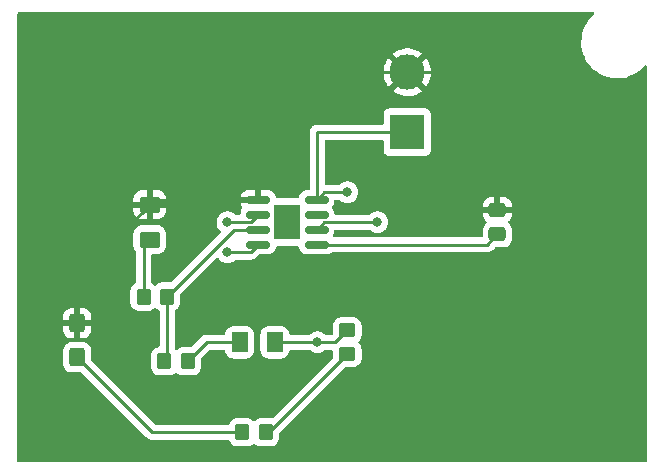
<source format=gbr>
%TF.GenerationSoftware,KiCad,Pcbnew,(6.0.11)*%
%TF.CreationDate,2023-02-16T14:33:19-08:00*%
%TF.ProjectId,Lab 4 Exercise 2,4c616220-3420-4457-9865-726369736520,rev?*%
%TF.SameCoordinates,Original*%
%TF.FileFunction,Copper,L1,Top*%
%TF.FilePolarity,Positive*%
%FSLAX46Y46*%
G04 Gerber Fmt 4.6, Leading zero omitted, Abs format (unit mm)*
G04 Created by KiCad (PCBNEW (6.0.11)) date 2023-02-16 14:33:19*
%MOMM*%
%LPD*%
G01*
G04 APERTURE LIST*
G04 Aperture macros list*
%AMRoundRect*
0 Rectangle with rounded corners*
0 $1 Rounding radius*
0 $2 $3 $4 $5 $6 $7 $8 $9 X,Y pos of 4 corners*
0 Add a 4 corners polygon primitive as box body*
4,1,4,$2,$3,$4,$5,$6,$7,$8,$9,$2,$3,0*
0 Add four circle primitives for the rounded corners*
1,1,$1+$1,$2,$3*
1,1,$1+$1,$4,$5*
1,1,$1+$1,$6,$7*
1,1,$1+$1,$8,$9*
0 Add four rect primitives between the rounded corners*
20,1,$1+$1,$2,$3,$4,$5,0*
20,1,$1+$1,$4,$5,$6,$7,0*
20,1,$1+$1,$6,$7,$8,$9,0*
20,1,$1+$1,$8,$9,$2,$3,0*%
G04 Aperture macros list end*
%TA.AperFunction,SMDPad,CuDef*%
%ADD10RoundRect,0.250000X0.475000X-0.337500X0.475000X0.337500X-0.475000X0.337500X-0.475000X-0.337500X0*%
%TD*%
%TA.AperFunction,SMDPad,CuDef*%
%ADD11RoundRect,0.250000X0.350000X0.450000X-0.350000X0.450000X-0.350000X-0.450000X0.350000X-0.450000X0*%
%TD*%
%TA.AperFunction,SMDPad,CuDef*%
%ADD12RoundRect,0.250000X0.425000X-0.537500X0.425000X0.537500X-0.425000X0.537500X-0.425000X-0.537500X0*%
%TD*%
%TA.AperFunction,SMDPad,CuDef*%
%ADD13RoundRect,0.250000X-0.450000X0.350000X-0.450000X-0.350000X0.450000X-0.350000X0.450000X0.350000X0*%
%TD*%
%TA.AperFunction,SMDPad,CuDef*%
%ADD14RoundRect,0.250001X-0.624999X0.462499X-0.624999X-0.462499X0.624999X-0.462499X0.624999X0.462499X0*%
%TD*%
%TA.AperFunction,SMDPad,CuDef*%
%ADD15RoundRect,0.250001X-0.462499X-0.624999X0.462499X-0.624999X0.462499X0.624999X-0.462499X0.624999X0*%
%TD*%
%TA.AperFunction,ComponentPad*%
%ADD16R,3.000000X3.000000*%
%TD*%
%TA.AperFunction,ComponentPad*%
%ADD17C,3.000000*%
%TD*%
%TA.AperFunction,SMDPad,CuDef*%
%ADD18RoundRect,0.150000X-0.825000X-0.150000X0.825000X-0.150000X0.825000X0.150000X-0.825000X0.150000X0*%
%TD*%
%TA.AperFunction,SMDPad,CuDef*%
%ADD19R,2.290000X3.000000*%
%TD*%
%TA.AperFunction,ViaPad*%
%ADD20C,0.800000*%
%TD*%
%TA.AperFunction,Conductor*%
%ADD21C,0.250000*%
%TD*%
G04 APERTURE END LIST*
D10*
%TO.P,C2,1*%
%TO.N,Net-(C2-Pad1)*%
X167640000Y-100097500D03*
%TO.P,C2,2*%
%TO.N,GND*%
X167640000Y-98022500D03*
%TD*%
D11*
%TO.P,R2,1*%
%TO.N,Net-(R1-Pad2)*%
X148025000Y-116840000D03*
%TO.P,R2,2*%
%TO.N,Net-(C1-Pad1)*%
X146025000Y-116840000D03*
%TD*%
D12*
%TO.P,C1,1*%
%TO.N,Net-(C1-Pad1)*%
X132080000Y-110485000D03*
%TO.P,C1,2*%
%TO.N,GND*%
X132080000Y-107610000D03*
%TD*%
D13*
%TO.P,R1,1*%
%TO.N,+9V*%
X154940000Y-108220000D03*
%TO.P,R1,2*%
%TO.N,Net-(R1-Pad2)*%
X154940000Y-110220000D03*
%TD*%
D11*
%TO.P,R3,1*%
%TO.N,Net-(D1-Pad1)*%
X141431192Y-110830000D03*
%TO.P,R3,2*%
%TO.N,/pin_3*%
X139431192Y-110830000D03*
%TD*%
D14*
%TO.P,D2,1,K*%
%TO.N,GND*%
X138212500Y-97572500D03*
%TO.P,D2,2,A*%
%TO.N,Net-(D2-Pad2)*%
X138212500Y-100547500D03*
%TD*%
D15*
%TO.P,D1,1,K*%
%TO.N,Net-(D1-Pad1)*%
X145832500Y-109220000D03*
%TO.P,D1,2,A*%
%TO.N,+9V*%
X148807500Y-109220000D03*
%TD*%
D16*
%TO.P,J1,1,Pin_1*%
%TO.N,+9V*%
X160020000Y-91440000D03*
D17*
%TO.P,J1,2,Pin_2*%
%TO.N,GND*%
X160020000Y-86360000D03*
%TD*%
D11*
%TO.P,R4,1*%
%TO.N,/pin_3*%
X139687064Y-105360000D03*
%TO.P,R4,2*%
%TO.N,Net-(D2-Pad2)*%
X137687064Y-105360000D03*
%TD*%
D18*
%TO.P,U1,1,GND*%
%TO.N,GND*%
X147385000Y-97155000D03*
%TO.P,U1,2,TR*%
%TO.N,/pin_2*%
X147385000Y-98425000D03*
%TO.P,U1,3,Q*%
%TO.N,/pin_3*%
X147385000Y-99695000D03*
%TO.P,U1,4,R*%
%TO.N,+9V*%
X147385000Y-100965000D03*
%TO.P,U1,5,CV*%
%TO.N,Net-(C2-Pad1)*%
X152335000Y-100965000D03*
%TO.P,U1,6,THR*%
%TO.N,/pin_2*%
X152335000Y-99695000D03*
%TO.P,U1,7,DIS*%
%TO.N,/pin_7*%
X152335000Y-98425000D03*
%TO.P,U1,8,VCC*%
%TO.N,+9V*%
X152335000Y-97155000D03*
D19*
%TO.P,U1,9*%
%TO.N,N/C*%
X149860000Y-99060000D03*
%TD*%
D20*
%TO.N,+9V*%
X152400000Y-109220000D03*
X154940000Y-96520000D03*
X144780000Y-101600000D03*
%TO.N,/pin_2*%
X157480000Y-99060000D03*
X144780000Y-99060000D03*
%TD*%
D21*
%TO.N,Net-(C1-Pad1)*%
X132080000Y-110485000D02*
X138435000Y-116840000D01*
X138435000Y-116840000D02*
X146025000Y-116840000D01*
%TO.N,GND*%
X138212500Y-97572500D02*
X132080000Y-103705000D01*
X147385000Y-97155000D02*
X147320000Y-97090000D01*
X138630000Y-97155000D02*
X147385000Y-97155000D01*
X138212500Y-97572500D02*
X138630000Y-97155000D01*
X147320000Y-97090000D02*
X147320000Y-86360000D01*
X160020000Y-86360000D02*
X167640000Y-86360000D01*
X132080000Y-103705000D02*
X132080000Y-107610000D01*
X147320000Y-86360000D02*
X160020000Y-86360000D01*
X167640000Y-86360000D02*
X167640000Y-98022500D01*
%TO.N,Net-(C2-Pad1)*%
X166772500Y-100965000D02*
X167640000Y-100097500D01*
X152335000Y-100965000D02*
X166772500Y-100965000D01*
%TO.N,Net-(D1-Pad1)*%
X143041192Y-109220000D02*
X145232500Y-109220000D01*
X141431192Y-110830000D02*
X143041192Y-109220000D01*
%TO.N,+9V*%
X152400000Y-97090000D02*
X152335000Y-97155000D01*
X152970000Y-96520000D02*
X154940000Y-96520000D01*
X154940000Y-108220000D02*
X153940000Y-109220000D01*
X146750000Y-101600000D02*
X147385000Y-100965000D01*
X144780000Y-101600000D02*
X146750000Y-101600000D01*
X152400000Y-91440000D02*
X152400000Y-97090000D01*
X160020000Y-91440000D02*
X152400000Y-91440000D01*
X152335000Y-97155000D02*
X152970000Y-96520000D01*
X153940000Y-109220000D02*
X148807500Y-109220000D01*
%TO.N,Net-(D2-Pad2)*%
X138212500Y-100547500D02*
X137687064Y-101072936D01*
X137687064Y-101072936D02*
X137687064Y-105360000D01*
%TO.N,Net-(R1-Pad2)*%
X148025000Y-116840000D02*
X148320000Y-116840000D01*
X148320000Y-116840000D02*
X154940000Y-110220000D01*
%TO.N,/pin_3*%
X145352064Y-99695000D02*
X147385000Y-99695000D01*
X139687064Y-105360000D02*
X145352064Y-99695000D01*
X139687064Y-105360000D02*
X139687064Y-110574128D01*
X139687064Y-110574128D02*
X139431192Y-110830000D01*
%TO.N,/pin_2*%
X146750000Y-99060000D02*
X144780000Y-99060000D01*
X152970000Y-99060000D02*
X157480000Y-99060000D01*
X147385000Y-98425000D02*
X146750000Y-99060000D01*
X152335000Y-99695000D02*
X152970000Y-99060000D01*
%TD*%
%TA.AperFunction,Conductor*%
%TO.N,GND*%
G36*
X175806129Y-81300002D02*
G01*
X175852622Y-81353658D01*
X175862726Y-81423932D01*
X175833232Y-81488512D01*
X175821006Y-81500801D01*
X175663716Y-81638498D01*
X175433860Y-81890223D01*
X175233495Y-82166001D01*
X175065121Y-82462394D01*
X175063734Y-82465629D01*
X175063732Y-82465634D01*
X174932219Y-82772477D01*
X174930834Y-82775709D01*
X174832309Y-83102040D01*
X174770773Y-83437320D01*
X174746995Y-83777369D01*
X174747890Y-83798727D01*
X174761269Y-84117950D01*
X174761804Y-84121408D01*
X174761805Y-84121415D01*
X174812881Y-84451344D01*
X174813419Y-84454817D01*
X174902794Y-84783772D01*
X175028280Y-85100714D01*
X175029926Y-85103810D01*
X175029928Y-85103814D01*
X175050811Y-85143089D01*
X175188314Y-85401693D01*
X175190299Y-85404592D01*
X175378909Y-85680051D01*
X175378914Y-85680057D01*
X175380900Y-85682958D01*
X175603638Y-85941002D01*
X175606208Y-85943382D01*
X175606212Y-85943386D01*
X175698188Y-86028557D01*
X175853751Y-86172610D01*
X176128124Y-86374895D01*
X176131161Y-86376649D01*
X176131165Y-86376651D01*
X176179602Y-86404616D01*
X176423334Y-86545335D01*
X176503185Y-86580221D01*
X176732482Y-86680399D01*
X176732492Y-86680403D01*
X176735704Y-86681806D01*
X176739061Y-86682845D01*
X176739066Y-86682847D01*
X176897925Y-86732022D01*
X177061339Y-86782607D01*
X177064795Y-86783266D01*
X177064794Y-86783266D01*
X177392730Y-86845823D01*
X177392735Y-86845824D01*
X177396181Y-86846481D01*
X177620197Y-86863718D01*
X177732559Y-86872364D01*
X177732560Y-86872364D01*
X177736056Y-86872633D01*
X177948407Y-86865218D01*
X178073214Y-86860860D01*
X178073219Y-86860860D01*
X178076729Y-86860737D01*
X178245341Y-86835838D01*
X178410473Y-86811454D01*
X178410478Y-86811453D01*
X178413952Y-86810940D01*
X178417344Y-86810044D01*
X178417348Y-86810043D01*
X178740132Y-86724760D01*
X178740133Y-86724760D01*
X178743523Y-86723864D01*
X179061333Y-86600593D01*
X179363422Y-86442665D01*
X179646024Y-86252047D01*
X179905617Y-86031116D01*
X180122150Y-85800532D01*
X180183363Y-85764567D01*
X180254303Y-85767405D01*
X180312447Y-85808145D01*
X180339335Y-85873853D01*
X180340000Y-85886785D01*
X180340000Y-119254000D01*
X180319998Y-119322121D01*
X180266342Y-119368614D01*
X180214000Y-119380000D01*
X127126000Y-119380000D01*
X127057879Y-119359998D01*
X127011386Y-119306342D01*
X127000000Y-119254000D01*
X127000000Y-111072900D01*
X130896500Y-111072900D01*
X130896837Y-111076146D01*
X130896837Y-111076150D01*
X130906417Y-111168478D01*
X130907474Y-111178666D01*
X130963450Y-111346446D01*
X131056522Y-111496848D01*
X131181697Y-111621805D01*
X131332262Y-111714615D01*
X131412005Y-111741064D01*
X131493611Y-111768132D01*
X131493613Y-111768132D01*
X131500139Y-111770297D01*
X131506975Y-111770997D01*
X131506978Y-111770998D01*
X131550031Y-111775409D01*
X131604600Y-111781000D01*
X132427906Y-111781000D01*
X132496027Y-111801002D01*
X132517001Y-111817905D01*
X137931343Y-117232247D01*
X137938887Y-117240537D01*
X137943000Y-117247018D01*
X137948777Y-117252443D01*
X137992667Y-117293658D01*
X137995509Y-117296413D01*
X138015230Y-117316134D01*
X138018425Y-117318612D01*
X138027447Y-117326318D01*
X138059679Y-117356586D01*
X138066628Y-117360406D01*
X138077432Y-117366346D01*
X138093956Y-117377199D01*
X138109959Y-117389613D01*
X138150543Y-117407176D01*
X138161173Y-117412383D01*
X138199940Y-117433695D01*
X138207617Y-117435666D01*
X138207622Y-117435668D01*
X138219558Y-117438732D01*
X138238266Y-117445137D01*
X138256855Y-117453181D01*
X138264683Y-117454421D01*
X138264690Y-117454423D01*
X138300524Y-117460099D01*
X138312144Y-117462505D01*
X138347289Y-117471528D01*
X138354970Y-117473500D01*
X138375224Y-117473500D01*
X138394934Y-117475051D01*
X138414943Y-117478220D01*
X138422835Y-117477474D01*
X138458961Y-117474059D01*
X138470819Y-117473500D01*
X144845803Y-117473500D01*
X144913924Y-117493502D01*
X144960417Y-117547158D01*
X144965326Y-117559623D01*
X144983450Y-117613946D01*
X145076522Y-117764348D01*
X145201697Y-117889305D01*
X145207927Y-117893145D01*
X145207928Y-117893146D01*
X145345090Y-117977694D01*
X145352262Y-117982115D01*
X145432005Y-118008564D01*
X145513611Y-118035632D01*
X145513613Y-118035632D01*
X145520139Y-118037797D01*
X145526975Y-118038497D01*
X145526978Y-118038498D01*
X145570031Y-118042909D01*
X145624600Y-118048500D01*
X146425400Y-118048500D01*
X146428646Y-118048163D01*
X146428650Y-118048163D01*
X146524308Y-118038238D01*
X146524312Y-118038237D01*
X146531166Y-118037526D01*
X146537702Y-118035345D01*
X146537704Y-118035345D01*
X146669806Y-117991272D01*
X146698946Y-117981550D01*
X146849348Y-117888478D01*
X146935784Y-117801891D01*
X146998066Y-117767812D01*
X147068886Y-117772815D01*
X147113976Y-117801736D01*
X147201697Y-117889305D01*
X147207927Y-117893145D01*
X147207928Y-117893146D01*
X147345090Y-117977694D01*
X147352262Y-117982115D01*
X147432005Y-118008564D01*
X147513611Y-118035632D01*
X147513613Y-118035632D01*
X147520139Y-118037797D01*
X147526975Y-118038497D01*
X147526978Y-118038498D01*
X147570031Y-118042909D01*
X147624600Y-118048500D01*
X148425400Y-118048500D01*
X148428646Y-118048163D01*
X148428650Y-118048163D01*
X148524308Y-118038238D01*
X148524312Y-118038237D01*
X148531166Y-118037526D01*
X148537702Y-118035345D01*
X148537704Y-118035345D01*
X148669806Y-117991272D01*
X148698946Y-117981550D01*
X148849348Y-117888478D01*
X148974305Y-117763303D01*
X149067115Y-117612738D01*
X149106664Y-117493502D01*
X149120632Y-117451389D01*
X149120632Y-117451387D01*
X149122797Y-117444861D01*
X149124333Y-117429876D01*
X149128956Y-117384753D01*
X149133500Y-117340400D01*
X149133500Y-116974594D01*
X149153502Y-116906473D01*
X149170405Y-116885499D01*
X154690500Y-111365405D01*
X154752812Y-111331379D01*
X154779595Y-111328500D01*
X155440400Y-111328500D01*
X155443646Y-111328163D01*
X155443650Y-111328163D01*
X155539308Y-111318238D01*
X155539312Y-111318237D01*
X155546166Y-111317526D01*
X155552702Y-111315345D01*
X155552704Y-111315345D01*
X155706998Y-111263868D01*
X155713946Y-111261550D01*
X155864348Y-111168478D01*
X155989305Y-111043303D01*
X156082115Y-110892738D01*
X156109724Y-110809500D01*
X156135632Y-110731389D01*
X156135632Y-110731387D01*
X156137797Y-110724861D01*
X156148500Y-110620400D01*
X156148500Y-109819600D01*
X156145087Y-109786704D01*
X156138238Y-109720692D01*
X156138237Y-109720688D01*
X156137526Y-109713834D01*
X156081550Y-109546054D01*
X155988478Y-109395652D01*
X155901891Y-109309216D01*
X155867812Y-109246934D01*
X155872815Y-109176114D01*
X155901736Y-109131025D01*
X155984134Y-109048483D01*
X155989305Y-109043303D01*
X155993146Y-109037072D01*
X156078275Y-108898968D01*
X156078276Y-108898966D01*
X156082115Y-108892738D01*
X156132643Y-108740401D01*
X156135632Y-108731389D01*
X156135632Y-108731387D01*
X156137797Y-108724861D01*
X156138761Y-108715458D01*
X156144397Y-108660448D01*
X156148500Y-108620400D01*
X156148500Y-107819600D01*
X156137526Y-107713834D01*
X156081550Y-107546054D01*
X155988478Y-107395652D01*
X155863303Y-107270695D01*
X155857072Y-107266854D01*
X155718968Y-107181725D01*
X155718966Y-107181724D01*
X155712738Y-107177885D01*
X155552254Y-107124655D01*
X155551389Y-107124368D01*
X155551387Y-107124368D01*
X155544861Y-107122203D01*
X155538025Y-107121503D01*
X155538022Y-107121502D01*
X155494969Y-107117091D01*
X155440400Y-107111500D01*
X154439600Y-107111500D01*
X154436354Y-107111837D01*
X154436350Y-107111837D01*
X154340692Y-107121762D01*
X154340688Y-107121763D01*
X154333834Y-107122474D01*
X154327298Y-107124655D01*
X154327296Y-107124655D01*
X154195194Y-107168728D01*
X154166054Y-107178450D01*
X154015652Y-107271522D01*
X153890695Y-107396697D01*
X153797885Y-107547262D01*
X153742203Y-107715139D01*
X153731500Y-107819600D01*
X153731500Y-108460500D01*
X153711498Y-108528621D01*
X153657842Y-108575114D01*
X153605500Y-108586500D01*
X153108200Y-108586500D01*
X153040079Y-108566498D01*
X153020853Y-108550157D01*
X153020580Y-108550460D01*
X153015668Y-108546037D01*
X153011253Y-108541134D01*
X152972313Y-108512842D01*
X152862094Y-108432763D01*
X152862093Y-108432762D01*
X152856752Y-108428882D01*
X152850724Y-108426198D01*
X152850722Y-108426197D01*
X152688319Y-108353891D01*
X152688318Y-108353891D01*
X152682288Y-108351206D01*
X152588888Y-108331353D01*
X152501944Y-108312872D01*
X152501939Y-108312872D01*
X152495487Y-108311500D01*
X152304513Y-108311500D01*
X152298061Y-108312872D01*
X152298056Y-108312872D01*
X152211112Y-108331353D01*
X152117712Y-108351206D01*
X152111682Y-108353891D01*
X152111681Y-108353891D01*
X151949278Y-108426197D01*
X151949276Y-108426198D01*
X151943248Y-108428882D01*
X151937907Y-108432762D01*
X151937906Y-108432763D01*
X151827687Y-108512842D01*
X151788747Y-108541134D01*
X151784332Y-108546037D01*
X151779420Y-108550460D01*
X151778295Y-108549211D01*
X151724986Y-108582051D01*
X151691800Y-108586500D01*
X150146450Y-108586500D01*
X150078329Y-108566498D01*
X150031836Y-108512842D01*
X150021123Y-108473503D01*
X150018238Y-108445694D01*
X150018237Y-108445691D01*
X150017526Y-108438835D01*
X150014206Y-108428882D01*
X149963868Y-108278003D01*
X149961550Y-108271055D01*
X149868478Y-108120652D01*
X149743303Y-107995695D01*
X149737072Y-107991854D01*
X149598968Y-107906725D01*
X149598966Y-107906724D01*
X149592738Y-107902885D01*
X149493185Y-107869865D01*
X149431389Y-107849368D01*
X149431387Y-107849368D01*
X149424861Y-107847203D01*
X149418025Y-107846503D01*
X149418022Y-107846502D01*
X149374969Y-107842091D01*
X149320400Y-107836500D01*
X148294600Y-107836500D01*
X148291354Y-107836837D01*
X148291350Y-107836837D01*
X148195693Y-107846762D01*
X148195689Y-107846763D01*
X148188835Y-107847474D01*
X148182299Y-107849655D01*
X148182297Y-107849655D01*
X148050195Y-107893728D01*
X148021055Y-107903450D01*
X147870652Y-107996522D01*
X147745695Y-108121697D01*
X147652885Y-108272262D01*
X147597203Y-108440139D01*
X147596503Y-108446975D01*
X147596502Y-108446978D01*
X147593502Y-108476257D01*
X147586500Y-108544600D01*
X147586500Y-109895400D01*
X147586837Y-109898646D01*
X147586837Y-109898650D01*
X147593894Y-109966658D01*
X147597474Y-110001165D01*
X147599655Y-110007701D01*
X147599655Y-110007703D01*
X147601690Y-110013803D01*
X147653450Y-110168945D01*
X147746522Y-110319348D01*
X147871697Y-110444305D01*
X147877927Y-110448145D01*
X147877928Y-110448146D01*
X148015090Y-110532694D01*
X148022262Y-110537115D01*
X148102005Y-110563564D01*
X148183611Y-110590632D01*
X148183613Y-110590632D01*
X148190139Y-110592797D01*
X148196975Y-110593497D01*
X148196978Y-110593498D01*
X148240031Y-110597909D01*
X148294600Y-110603500D01*
X149320400Y-110603500D01*
X149323646Y-110603163D01*
X149323650Y-110603163D01*
X149419307Y-110593238D01*
X149419311Y-110593237D01*
X149426165Y-110592526D01*
X149432701Y-110590345D01*
X149432703Y-110590345D01*
X149564805Y-110546272D01*
X149593945Y-110536550D01*
X149744348Y-110443478D01*
X149869305Y-110318303D01*
X149922517Y-110231978D01*
X149958275Y-110173968D01*
X149958276Y-110173966D01*
X149962115Y-110167738D01*
X149998758Y-110057262D01*
X150015632Y-110006389D01*
X150015632Y-110006387D01*
X150017797Y-109999861D01*
X150018918Y-109988925D01*
X150021199Y-109966658D01*
X150048040Y-109900930D01*
X150106155Y-109860148D01*
X150146543Y-109853500D01*
X151691800Y-109853500D01*
X151759921Y-109873502D01*
X151779147Y-109889843D01*
X151779420Y-109889540D01*
X151784332Y-109893963D01*
X151788747Y-109898866D01*
X151794086Y-109902745D01*
X151920110Y-109994307D01*
X151943248Y-110011118D01*
X151949276Y-110013802D01*
X151949278Y-110013803D01*
X152111681Y-110086109D01*
X152117712Y-110088794D01*
X152211113Y-110108647D01*
X152298056Y-110127128D01*
X152298061Y-110127128D01*
X152304513Y-110128500D01*
X152495487Y-110128500D01*
X152501939Y-110127128D01*
X152501944Y-110127128D01*
X152588887Y-110108647D01*
X152682288Y-110088794D01*
X152688319Y-110086109D01*
X152850722Y-110013803D01*
X152850724Y-110013802D01*
X152856752Y-110011118D01*
X152879891Y-109994307D01*
X153005914Y-109902745D01*
X153011253Y-109898866D01*
X153015668Y-109893963D01*
X153020580Y-109889540D01*
X153021705Y-109890789D01*
X153075014Y-109857949D01*
X153108200Y-109853500D01*
X153605500Y-109853500D01*
X153673621Y-109873502D01*
X153720114Y-109927158D01*
X153731500Y-109979500D01*
X153731500Y-110480406D01*
X153711498Y-110548527D01*
X153694595Y-110569501D01*
X148653490Y-115610605D01*
X148591178Y-115644631D01*
X148537978Y-115644710D01*
X148536399Y-115644371D01*
X148529861Y-115642203D01*
X148425400Y-115631500D01*
X147624600Y-115631500D01*
X147621354Y-115631837D01*
X147621350Y-115631837D01*
X147525692Y-115641762D01*
X147525688Y-115641763D01*
X147518834Y-115642474D01*
X147512298Y-115644655D01*
X147512296Y-115644655D01*
X147380194Y-115688728D01*
X147351054Y-115698450D01*
X147200652Y-115791522D01*
X147195479Y-115796704D01*
X147114216Y-115878109D01*
X147051934Y-115912188D01*
X146981114Y-115907185D01*
X146936025Y-115878264D01*
X146853483Y-115795866D01*
X146848303Y-115790695D01*
X146842072Y-115786854D01*
X146703968Y-115701725D01*
X146703966Y-115701724D01*
X146697738Y-115697885D01*
X146598969Y-115665125D01*
X146536389Y-115644368D01*
X146536387Y-115644368D01*
X146529861Y-115642203D01*
X146523025Y-115641503D01*
X146523022Y-115641502D01*
X146479969Y-115637091D01*
X146425400Y-115631500D01*
X145624600Y-115631500D01*
X145621354Y-115631837D01*
X145621350Y-115631837D01*
X145525692Y-115641762D01*
X145525688Y-115641763D01*
X145518834Y-115642474D01*
X145512298Y-115644655D01*
X145512296Y-115644655D01*
X145380194Y-115688728D01*
X145351054Y-115698450D01*
X145200652Y-115791522D01*
X145075695Y-115916697D01*
X144982885Y-116067262D01*
X144965337Y-116120168D01*
X144924906Y-116178527D01*
X144859342Y-116205764D01*
X144845744Y-116206500D01*
X138749595Y-116206500D01*
X138681474Y-116186498D01*
X138660500Y-116169595D01*
X133300405Y-110809500D01*
X133266379Y-110747188D01*
X133263500Y-110720405D01*
X133263500Y-109897100D01*
X133258899Y-109852753D01*
X133253238Y-109798192D01*
X133253237Y-109798188D01*
X133252526Y-109791334D01*
X133249253Y-109781522D01*
X133198868Y-109630502D01*
X133196550Y-109623554D01*
X133103478Y-109473152D01*
X132978303Y-109348195D01*
X132915068Y-109309216D01*
X132833968Y-109259225D01*
X132833966Y-109259224D01*
X132827738Y-109255385D01*
X132667254Y-109202155D01*
X132666389Y-109201868D01*
X132666387Y-109201868D01*
X132659861Y-109199703D01*
X132653025Y-109199003D01*
X132653022Y-109199002D01*
X132609969Y-109194591D01*
X132555400Y-109189000D01*
X131604600Y-109189000D01*
X131601354Y-109189337D01*
X131601350Y-109189337D01*
X131505692Y-109199262D01*
X131505688Y-109199263D01*
X131498834Y-109199974D01*
X131492298Y-109202155D01*
X131492296Y-109202155D01*
X131438782Y-109220009D01*
X131331054Y-109255950D01*
X131180652Y-109349022D01*
X131055695Y-109474197D01*
X131051855Y-109480427D01*
X131051854Y-109480428D01*
X131007119Y-109553002D01*
X130962885Y-109624762D01*
X130960581Y-109631709D01*
X130912169Y-109777668D01*
X130907203Y-109792639D01*
X130906503Y-109799475D01*
X130906502Y-109799478D01*
X130904106Y-109822866D01*
X130896500Y-109897100D01*
X130896500Y-111072900D01*
X127000000Y-111072900D01*
X127000000Y-108194595D01*
X130897001Y-108194595D01*
X130897338Y-108201114D01*
X130907257Y-108296706D01*
X130910149Y-108310100D01*
X130961588Y-108464284D01*
X130967761Y-108477462D01*
X131053063Y-108615307D01*
X131062099Y-108626708D01*
X131176829Y-108741239D01*
X131188240Y-108750251D01*
X131326243Y-108835316D01*
X131339424Y-108841463D01*
X131493710Y-108892638D01*
X131507086Y-108895505D01*
X131601438Y-108905172D01*
X131607854Y-108905500D01*
X131807885Y-108905500D01*
X131823124Y-108901025D01*
X131824329Y-108899635D01*
X131826000Y-108891952D01*
X131826000Y-108887384D01*
X132334000Y-108887384D01*
X132338475Y-108902623D01*
X132339865Y-108903828D01*
X132347548Y-108905499D01*
X132552095Y-108905499D01*
X132558614Y-108905162D01*
X132654206Y-108895243D01*
X132667600Y-108892351D01*
X132821784Y-108840912D01*
X132834962Y-108834739D01*
X132972807Y-108749437D01*
X132984208Y-108740401D01*
X133098739Y-108625671D01*
X133107751Y-108614260D01*
X133192816Y-108476257D01*
X133198963Y-108463076D01*
X133250138Y-108308790D01*
X133253005Y-108295414D01*
X133262672Y-108201062D01*
X133263000Y-108194646D01*
X133263000Y-107882115D01*
X133258525Y-107866876D01*
X133257135Y-107865671D01*
X133249452Y-107864000D01*
X132352115Y-107864000D01*
X132336876Y-107868475D01*
X132335671Y-107869865D01*
X132334000Y-107877548D01*
X132334000Y-108887384D01*
X131826000Y-108887384D01*
X131826000Y-107882115D01*
X131821525Y-107866876D01*
X131820135Y-107865671D01*
X131812452Y-107864000D01*
X130915116Y-107864000D01*
X130899877Y-107868475D01*
X130898672Y-107869865D01*
X130897001Y-107877548D01*
X130897001Y-108194595D01*
X127000000Y-108194595D01*
X127000000Y-107337885D01*
X130897000Y-107337885D01*
X130901475Y-107353124D01*
X130902865Y-107354329D01*
X130910548Y-107356000D01*
X131807885Y-107356000D01*
X131823124Y-107351525D01*
X131824329Y-107350135D01*
X131826000Y-107342452D01*
X131826000Y-107337885D01*
X132334000Y-107337885D01*
X132338475Y-107353124D01*
X132339865Y-107354329D01*
X132347548Y-107356000D01*
X133244884Y-107356000D01*
X133260123Y-107351525D01*
X133261328Y-107350135D01*
X133262999Y-107342452D01*
X133262999Y-107025405D01*
X133262662Y-107018886D01*
X133252743Y-106923294D01*
X133249851Y-106909900D01*
X133198412Y-106755716D01*
X133192239Y-106742538D01*
X133106937Y-106604693D01*
X133097901Y-106593292D01*
X132983171Y-106478761D01*
X132971760Y-106469749D01*
X132833757Y-106384684D01*
X132820576Y-106378537D01*
X132666290Y-106327362D01*
X132652914Y-106324495D01*
X132558562Y-106314828D01*
X132552145Y-106314500D01*
X132352115Y-106314500D01*
X132336876Y-106318975D01*
X132335671Y-106320365D01*
X132334000Y-106328048D01*
X132334000Y-107337885D01*
X131826000Y-107337885D01*
X131826000Y-106332616D01*
X131821525Y-106317377D01*
X131820135Y-106316172D01*
X131812452Y-106314501D01*
X131607905Y-106314501D01*
X131601386Y-106314838D01*
X131505794Y-106324757D01*
X131492400Y-106327649D01*
X131338216Y-106379088D01*
X131325038Y-106385261D01*
X131187193Y-106470563D01*
X131175792Y-106479599D01*
X131061261Y-106594329D01*
X131052249Y-106605740D01*
X130967184Y-106743743D01*
X130961037Y-106756924D01*
X130909862Y-106911210D01*
X130906995Y-106924586D01*
X130897328Y-107018938D01*
X130897000Y-107025355D01*
X130897000Y-107337885D01*
X127000000Y-107337885D01*
X127000000Y-105860400D01*
X136578564Y-105860400D01*
X136589538Y-105966166D01*
X136645514Y-106133946D01*
X136738586Y-106284348D01*
X136863761Y-106409305D01*
X136869991Y-106413145D01*
X136869992Y-106413146D01*
X137007154Y-106497694D01*
X137014326Y-106502115D01*
X137094069Y-106528564D01*
X137175675Y-106555632D01*
X137175677Y-106555632D01*
X137182203Y-106557797D01*
X137189039Y-106558497D01*
X137189042Y-106558498D01*
X137232095Y-106562909D01*
X137286664Y-106568500D01*
X138087464Y-106568500D01*
X138090710Y-106568163D01*
X138090714Y-106568163D01*
X138186372Y-106558238D01*
X138186376Y-106558237D01*
X138193230Y-106557526D01*
X138199766Y-106555345D01*
X138199768Y-106555345D01*
X138331870Y-106511272D01*
X138361010Y-106501550D01*
X138511412Y-106408478D01*
X138597848Y-106321891D01*
X138660130Y-106287812D01*
X138730950Y-106292815D01*
X138776039Y-106321736D01*
X138782362Y-106328048D01*
X138863761Y-106409305D01*
X138869991Y-106413145D01*
X138869992Y-106413146D01*
X138993680Y-106489389D01*
X139041174Y-106542162D01*
X139053564Y-106596649D01*
X139053564Y-109505534D01*
X139033562Y-109573655D01*
X138979906Y-109620148D01*
X138940571Y-109630861D01*
X138939134Y-109631010D01*
X138925026Y-109632474D01*
X138918490Y-109634655D01*
X138918488Y-109634655D01*
X138786386Y-109678728D01*
X138757246Y-109688450D01*
X138606844Y-109781522D01*
X138481887Y-109906697D01*
X138478047Y-109912927D01*
X138478046Y-109912928D01*
X138415866Y-110013803D01*
X138389077Y-110057262D01*
X138386773Y-110064209D01*
X138350368Y-110173968D01*
X138333395Y-110225139D01*
X138322692Y-110329600D01*
X138322692Y-111330400D01*
X138333666Y-111436166D01*
X138389642Y-111603946D01*
X138482714Y-111754348D01*
X138607889Y-111879305D01*
X138614119Y-111883145D01*
X138614120Y-111883146D01*
X138751282Y-111967694D01*
X138758454Y-111972115D01*
X138838197Y-111998564D01*
X138919803Y-112025632D01*
X138919805Y-112025632D01*
X138926331Y-112027797D01*
X138933167Y-112028497D01*
X138933170Y-112028498D01*
X138976223Y-112032909D01*
X139030792Y-112038500D01*
X139831592Y-112038500D01*
X139834838Y-112038163D01*
X139834842Y-112038163D01*
X139930500Y-112028238D01*
X139930504Y-112028237D01*
X139937358Y-112027526D01*
X139943894Y-112025345D01*
X139943896Y-112025345D01*
X140075998Y-111981272D01*
X140105138Y-111971550D01*
X140255540Y-111878478D01*
X140341976Y-111791891D01*
X140404258Y-111757812D01*
X140475078Y-111762815D01*
X140520168Y-111791736D01*
X140607889Y-111879305D01*
X140614119Y-111883145D01*
X140614120Y-111883146D01*
X140751282Y-111967694D01*
X140758454Y-111972115D01*
X140838197Y-111998564D01*
X140919803Y-112025632D01*
X140919805Y-112025632D01*
X140926331Y-112027797D01*
X140933167Y-112028497D01*
X140933170Y-112028498D01*
X140976223Y-112032909D01*
X141030792Y-112038500D01*
X141831592Y-112038500D01*
X141834838Y-112038163D01*
X141834842Y-112038163D01*
X141930500Y-112028238D01*
X141930504Y-112028237D01*
X141937358Y-112027526D01*
X141943894Y-112025345D01*
X141943896Y-112025345D01*
X142075998Y-111981272D01*
X142105138Y-111971550D01*
X142255540Y-111878478D01*
X142380497Y-111753303D01*
X142461554Y-111621805D01*
X142469467Y-111608968D01*
X142469468Y-111608966D01*
X142473307Y-111602738D01*
X142528989Y-111434861D01*
X142539692Y-111330400D01*
X142539692Y-110669595D01*
X142559694Y-110601474D01*
X142576597Y-110580499D01*
X143266693Y-109890404D01*
X143329005Y-109856379D01*
X143355788Y-109853500D01*
X144493550Y-109853500D01*
X144561671Y-109873502D01*
X144608164Y-109927158D01*
X144618877Y-109966496D01*
X144622474Y-110001165D01*
X144624655Y-110007701D01*
X144624655Y-110007703D01*
X144626690Y-110013803D01*
X144678450Y-110168945D01*
X144771522Y-110319348D01*
X144896697Y-110444305D01*
X144902927Y-110448145D01*
X144902928Y-110448146D01*
X145040090Y-110532694D01*
X145047262Y-110537115D01*
X145127005Y-110563564D01*
X145208611Y-110590632D01*
X145208613Y-110590632D01*
X145215139Y-110592797D01*
X145221975Y-110593497D01*
X145221978Y-110593498D01*
X145265031Y-110597909D01*
X145319600Y-110603500D01*
X146345400Y-110603500D01*
X146348646Y-110603163D01*
X146348650Y-110603163D01*
X146444307Y-110593238D01*
X146444311Y-110593237D01*
X146451165Y-110592526D01*
X146457701Y-110590345D01*
X146457703Y-110590345D01*
X146589805Y-110546272D01*
X146618945Y-110536550D01*
X146769348Y-110443478D01*
X146894305Y-110318303D01*
X146947517Y-110231978D01*
X146983275Y-110173968D01*
X146983276Y-110173966D01*
X146987115Y-110167738D01*
X147023758Y-110057262D01*
X147040632Y-110006389D01*
X147040632Y-110006387D01*
X147042797Y-109999861D01*
X147043918Y-109988925D01*
X147051704Y-109912928D01*
X147053500Y-109895400D01*
X147053500Y-108544600D01*
X147053163Y-108541350D01*
X147043238Y-108445693D01*
X147043237Y-108445689D01*
X147042526Y-108438835D01*
X147039206Y-108428882D01*
X146988868Y-108278003D01*
X146986550Y-108271055D01*
X146893478Y-108120652D01*
X146768303Y-107995695D01*
X146762072Y-107991854D01*
X146623968Y-107906725D01*
X146623966Y-107906724D01*
X146617738Y-107902885D01*
X146518185Y-107869865D01*
X146456389Y-107849368D01*
X146456387Y-107849368D01*
X146449861Y-107847203D01*
X146443025Y-107846503D01*
X146443022Y-107846502D01*
X146399969Y-107842091D01*
X146345400Y-107836500D01*
X145319600Y-107836500D01*
X145316354Y-107836837D01*
X145316350Y-107836837D01*
X145220693Y-107846762D01*
X145220689Y-107846763D01*
X145213835Y-107847474D01*
X145207299Y-107849655D01*
X145207297Y-107849655D01*
X145075195Y-107893728D01*
X145046055Y-107903450D01*
X144895652Y-107996522D01*
X144770695Y-108121697D01*
X144677885Y-108272262D01*
X144622203Y-108440139D01*
X144621502Y-108446977D01*
X144621502Y-108446979D01*
X144618801Y-108473342D01*
X144591960Y-108539070D01*
X144533845Y-108579852D01*
X144493457Y-108586500D01*
X143119959Y-108586500D01*
X143108776Y-108585973D01*
X143101283Y-108584298D01*
X143093357Y-108584547D01*
X143093356Y-108584547D01*
X143033193Y-108586438D01*
X143029235Y-108586500D01*
X143001336Y-108586500D01*
X142997346Y-108587004D01*
X142985512Y-108587936D01*
X142941303Y-108589326D01*
X142933689Y-108591538D01*
X142933684Y-108591539D01*
X142921851Y-108594977D01*
X142902488Y-108598988D01*
X142882395Y-108601526D01*
X142875028Y-108604443D01*
X142875023Y-108604444D01*
X142841284Y-108617802D01*
X142830057Y-108621646D01*
X142787599Y-108633982D01*
X142780773Y-108638019D01*
X142770164Y-108644293D01*
X142752416Y-108652988D01*
X142733575Y-108660448D01*
X142727159Y-108665110D01*
X142727158Y-108665110D01*
X142697805Y-108686436D01*
X142687885Y-108692952D01*
X142656657Y-108711420D01*
X142656654Y-108711422D01*
X142649830Y-108715458D01*
X142635509Y-108729779D01*
X142620476Y-108742619D01*
X142604085Y-108754528D01*
X142599035Y-108760632D01*
X142599030Y-108760637D01*
X142575899Y-108788598D01*
X142567909Y-108797379D01*
X141780691Y-109584596D01*
X141718379Y-109618621D01*
X141691596Y-109621500D01*
X141030792Y-109621500D01*
X141027546Y-109621837D01*
X141027542Y-109621837D01*
X140931884Y-109631762D01*
X140931880Y-109631763D01*
X140925026Y-109632474D01*
X140918490Y-109634655D01*
X140918488Y-109634655D01*
X140786386Y-109678728D01*
X140757246Y-109688450D01*
X140606844Y-109781522D01*
X140601671Y-109786704D01*
X140535737Y-109852753D01*
X140473454Y-109886832D01*
X140402634Y-109881829D01*
X140345762Y-109839332D01*
X140320893Y-109772833D01*
X140320564Y-109763735D01*
X140320564Y-106596781D01*
X140340566Y-106528660D01*
X140380261Y-106489637D01*
X140505184Y-106412332D01*
X140511412Y-106408478D01*
X140636369Y-106283303D01*
X140729179Y-106132738D01*
X140784861Y-105964861D01*
X140795564Y-105860400D01*
X140795564Y-105199594D01*
X140815566Y-105131473D01*
X140832469Y-105110499D01*
X143838857Y-102104112D01*
X143901169Y-102070086D01*
X143971985Y-102075151D01*
X144028820Y-102117698D01*
X144037071Y-102130207D01*
X144040960Y-102136944D01*
X144045378Y-102141851D01*
X144045379Y-102141852D01*
X144127452Y-102233003D01*
X144168747Y-102278866D01*
X144323248Y-102391118D01*
X144329276Y-102393802D01*
X144329278Y-102393803D01*
X144491681Y-102466109D01*
X144497712Y-102468794D01*
X144591113Y-102488647D01*
X144678056Y-102507128D01*
X144678061Y-102507128D01*
X144684513Y-102508500D01*
X144875487Y-102508500D01*
X144881939Y-102507128D01*
X144881944Y-102507128D01*
X144968888Y-102488647D01*
X145062288Y-102468794D01*
X145068319Y-102466109D01*
X145230722Y-102393803D01*
X145230724Y-102393802D01*
X145236752Y-102391118D01*
X145391253Y-102278866D01*
X145395668Y-102273963D01*
X145400580Y-102269540D01*
X145401705Y-102270789D01*
X145455014Y-102237949D01*
X145488200Y-102233500D01*
X146671233Y-102233500D01*
X146682416Y-102234027D01*
X146689909Y-102235702D01*
X146697835Y-102235453D01*
X146697836Y-102235453D01*
X146757986Y-102233562D01*
X146761945Y-102233500D01*
X146789856Y-102233500D01*
X146793791Y-102233003D01*
X146793856Y-102232995D01*
X146805693Y-102232062D01*
X146837951Y-102231048D01*
X146841970Y-102230922D01*
X146849889Y-102230673D01*
X146869343Y-102225021D01*
X146888700Y-102221013D01*
X146900930Y-102219468D01*
X146900931Y-102219468D01*
X146908797Y-102218474D01*
X146916168Y-102215555D01*
X146916170Y-102215555D01*
X146949912Y-102202196D01*
X146961142Y-102198351D01*
X146995983Y-102188229D01*
X146995984Y-102188229D01*
X147003593Y-102186018D01*
X147010412Y-102181985D01*
X147010417Y-102181983D01*
X147021028Y-102175707D01*
X147038776Y-102167012D01*
X147057617Y-102159552D01*
X147093387Y-102133564D01*
X147103307Y-102127048D01*
X147134535Y-102108580D01*
X147134538Y-102108578D01*
X147141362Y-102104542D01*
X147155683Y-102090221D01*
X147170717Y-102077380D01*
X147180694Y-102070131D01*
X147187107Y-102065472D01*
X147215298Y-102031395D01*
X147223288Y-102022616D01*
X147435499Y-101810405D01*
X147497811Y-101776379D01*
X147524594Y-101773500D01*
X148276502Y-101773500D01*
X148278950Y-101773307D01*
X148278958Y-101773307D01*
X148307421Y-101771067D01*
X148307426Y-101771066D01*
X148313831Y-101770562D01*
X148413769Y-101741528D01*
X148465988Y-101726357D01*
X148465990Y-101726356D01*
X148473601Y-101724145D01*
X148518327Y-101697694D01*
X148609980Y-101643491D01*
X148609983Y-101643489D01*
X148616807Y-101639453D01*
X148734453Y-101521807D01*
X148738489Y-101514983D01*
X148738491Y-101514980D01*
X148811323Y-101391827D01*
X148819145Y-101378601D01*
X148865562Y-101218831D01*
X148868255Y-101184614D01*
X148893541Y-101118273D01*
X148950679Y-101076133D01*
X148993867Y-101068500D01*
X150726133Y-101068500D01*
X150794254Y-101088502D01*
X150840747Y-101142158D01*
X150851745Y-101184614D01*
X150854438Y-101218831D01*
X150900855Y-101378601D01*
X150908677Y-101391827D01*
X150981509Y-101514980D01*
X150981511Y-101514983D01*
X150985547Y-101521807D01*
X151103193Y-101639453D01*
X151110017Y-101643489D01*
X151110020Y-101643491D01*
X151201673Y-101697694D01*
X151246399Y-101724145D01*
X151254010Y-101726356D01*
X151254012Y-101726357D01*
X151306231Y-101741528D01*
X151406169Y-101770562D01*
X151412574Y-101771066D01*
X151412579Y-101771067D01*
X151441042Y-101773307D01*
X151441050Y-101773307D01*
X151443498Y-101773500D01*
X153226502Y-101773500D01*
X153228950Y-101773307D01*
X153228958Y-101773307D01*
X153257421Y-101771067D01*
X153257426Y-101771066D01*
X153263831Y-101770562D01*
X153363769Y-101741528D01*
X153415988Y-101726357D01*
X153415990Y-101726356D01*
X153423601Y-101724145D01*
X153468327Y-101697694D01*
X153559980Y-101643491D01*
X153559983Y-101643489D01*
X153566807Y-101639453D01*
X153572416Y-101633844D01*
X153578675Y-101628989D01*
X153579844Y-101630496D01*
X153633167Y-101601379D01*
X153659950Y-101598500D01*
X166693733Y-101598500D01*
X166704916Y-101599027D01*
X166712409Y-101600702D01*
X166720335Y-101600453D01*
X166720336Y-101600453D01*
X166780486Y-101598562D01*
X166784445Y-101598500D01*
X166812356Y-101598500D01*
X166816291Y-101598003D01*
X166816356Y-101597995D01*
X166828193Y-101597062D01*
X166860451Y-101596048D01*
X166864470Y-101595922D01*
X166872389Y-101595673D01*
X166891843Y-101590021D01*
X166911200Y-101586013D01*
X166923430Y-101584468D01*
X166923431Y-101584468D01*
X166931297Y-101583474D01*
X166938668Y-101580555D01*
X166938670Y-101580555D01*
X166972412Y-101567196D01*
X166983642Y-101563351D01*
X167018483Y-101553229D01*
X167018484Y-101553229D01*
X167026093Y-101551018D01*
X167032912Y-101546985D01*
X167032917Y-101546983D01*
X167043528Y-101540707D01*
X167061276Y-101532012D01*
X167080117Y-101524552D01*
X167115887Y-101498564D01*
X167125807Y-101492048D01*
X167157035Y-101473580D01*
X167157038Y-101473578D01*
X167163862Y-101469542D01*
X167178183Y-101455221D01*
X167193217Y-101442380D01*
X167203194Y-101435131D01*
X167209607Y-101430472D01*
X167237798Y-101396395D01*
X167245788Y-101387616D01*
X167402999Y-101230405D01*
X167465311Y-101196379D01*
X167492094Y-101193500D01*
X168165400Y-101193500D01*
X168168646Y-101193163D01*
X168168650Y-101193163D01*
X168264308Y-101183238D01*
X168264312Y-101183237D01*
X168271166Y-101182526D01*
X168277702Y-101180345D01*
X168277704Y-101180345D01*
X168431998Y-101128868D01*
X168438946Y-101126550D01*
X168589348Y-101033478D01*
X168714305Y-100908303D01*
X168807115Y-100757738D01*
X168862797Y-100589861D01*
X168873500Y-100485400D01*
X168873500Y-99709600D01*
X168871830Y-99693500D01*
X168863238Y-99610692D01*
X168863237Y-99610688D01*
X168862526Y-99603834D01*
X168860228Y-99596944D01*
X168808868Y-99443002D01*
X168806550Y-99436054D01*
X168713478Y-99285652D01*
X168588303Y-99160695D01*
X168583765Y-99157898D01*
X168543176Y-99100647D01*
X168539946Y-99029724D01*
X168575572Y-98968313D01*
X168584068Y-98960938D01*
X168594207Y-98952902D01*
X168708739Y-98838171D01*
X168717751Y-98826760D01*
X168802816Y-98688757D01*
X168808963Y-98675576D01*
X168860138Y-98521290D01*
X168863005Y-98507914D01*
X168872672Y-98413562D01*
X168873000Y-98407146D01*
X168873000Y-98294615D01*
X168868525Y-98279376D01*
X168867135Y-98278171D01*
X168859452Y-98276500D01*
X166425116Y-98276500D01*
X166409877Y-98280975D01*
X166408672Y-98282365D01*
X166407001Y-98290048D01*
X166407001Y-98407095D01*
X166407338Y-98413614D01*
X166417257Y-98509206D01*
X166420149Y-98522600D01*
X166471588Y-98676784D01*
X166477761Y-98689962D01*
X166563063Y-98827807D01*
X166572099Y-98839208D01*
X166686828Y-98953738D01*
X166695762Y-98960794D01*
X166736823Y-99018712D01*
X166740053Y-99089635D01*
X166704426Y-99151046D01*
X166696593Y-99157846D01*
X166690652Y-99161522D01*
X166565695Y-99286697D01*
X166561855Y-99292927D01*
X166561854Y-99292928D01*
X166501660Y-99390581D01*
X166472885Y-99437262D01*
X166417203Y-99605139D01*
X166416503Y-99611975D01*
X166416502Y-99611978D01*
X166412091Y-99655031D01*
X166406500Y-99709600D01*
X166406500Y-100205500D01*
X166386498Y-100273621D01*
X166332842Y-100320114D01*
X166280500Y-100331500D01*
X153858224Y-100331500D01*
X153790103Y-100311498D01*
X153743610Y-100257842D01*
X153733506Y-100187568D01*
X153749769Y-100141364D01*
X153769145Y-100108601D01*
X153815562Y-99948831D01*
X153817034Y-99930139D01*
X153818307Y-99913958D01*
X153818307Y-99913950D01*
X153818500Y-99911502D01*
X153818500Y-99819500D01*
X153838502Y-99751379D01*
X153892158Y-99704886D01*
X153944500Y-99693500D01*
X156771800Y-99693500D01*
X156839921Y-99713502D01*
X156859147Y-99729843D01*
X156859420Y-99729540D01*
X156864332Y-99733963D01*
X156868747Y-99738866D01*
X156874094Y-99742751D01*
X157009808Y-99841353D01*
X157023248Y-99851118D01*
X157029276Y-99853802D01*
X157029278Y-99853803D01*
X157191681Y-99926109D01*
X157197712Y-99928794D01*
X157261822Y-99942421D01*
X157378056Y-99967128D01*
X157378061Y-99967128D01*
X157384513Y-99968500D01*
X157575487Y-99968500D01*
X157581939Y-99967128D01*
X157581944Y-99967128D01*
X157698178Y-99942421D01*
X157762288Y-99928794D01*
X157768319Y-99926109D01*
X157930722Y-99853803D01*
X157930724Y-99853802D01*
X157936752Y-99851118D01*
X157950193Y-99841353D01*
X157992158Y-99810863D01*
X158091253Y-99738866D01*
X158114091Y-99713502D01*
X158214621Y-99601852D01*
X158214622Y-99601851D01*
X158219040Y-99596944D01*
X158314527Y-99431556D01*
X158373542Y-99249928D01*
X158393504Y-99060000D01*
X158388480Y-99012203D01*
X158374232Y-98876635D01*
X158374232Y-98876633D01*
X158373542Y-98870072D01*
X158314527Y-98688444D01*
X158219040Y-98523056D01*
X158206570Y-98509206D01*
X158095675Y-98386045D01*
X158095674Y-98386044D01*
X158091253Y-98381134D01*
X157972170Y-98294615D01*
X157942094Y-98272763D01*
X157942093Y-98272762D01*
X157936752Y-98268882D01*
X157930724Y-98266198D01*
X157930722Y-98266197D01*
X157768319Y-98193891D01*
X157768318Y-98193891D01*
X157762288Y-98191206D01*
X157638962Y-98164992D01*
X157581944Y-98152872D01*
X157581939Y-98152872D01*
X157575487Y-98151500D01*
X157384513Y-98151500D01*
X157378061Y-98152872D01*
X157378056Y-98152872D01*
X157321038Y-98164992D01*
X157197712Y-98191206D01*
X157191682Y-98193891D01*
X157191681Y-98193891D01*
X157029278Y-98266197D01*
X157029276Y-98266198D01*
X157023248Y-98268882D01*
X157017907Y-98272762D01*
X157017906Y-98272763D01*
X156979730Y-98300500D01*
X156868747Y-98381134D01*
X156864332Y-98386037D01*
X156859420Y-98390460D01*
X156858295Y-98389211D01*
X156804986Y-98422051D01*
X156771800Y-98426500D01*
X153944500Y-98426500D01*
X153876379Y-98406498D01*
X153829886Y-98352842D01*
X153818500Y-98300500D01*
X153818500Y-98208498D01*
X153818307Y-98206042D01*
X153816067Y-98177579D01*
X153816066Y-98177574D01*
X153815562Y-98171169D01*
X153769145Y-98011399D01*
X153684453Y-97868193D01*
X153681771Y-97865511D01*
X153656498Y-97801139D01*
X153666632Y-97750385D01*
X166407000Y-97750385D01*
X166411475Y-97765624D01*
X166412865Y-97766829D01*
X166420548Y-97768500D01*
X167367885Y-97768500D01*
X167383124Y-97764025D01*
X167384329Y-97762635D01*
X167386000Y-97754952D01*
X167386000Y-97750385D01*
X167894000Y-97750385D01*
X167898475Y-97765624D01*
X167899865Y-97766829D01*
X167907548Y-97768500D01*
X168854884Y-97768500D01*
X168870123Y-97764025D01*
X168871328Y-97762635D01*
X168872999Y-97754952D01*
X168872999Y-97637905D01*
X168872662Y-97631386D01*
X168862743Y-97535794D01*
X168859851Y-97522400D01*
X168808412Y-97368216D01*
X168802239Y-97355038D01*
X168716937Y-97217193D01*
X168707901Y-97205792D01*
X168593171Y-97091261D01*
X168581760Y-97082249D01*
X168443757Y-96997184D01*
X168430576Y-96991037D01*
X168276290Y-96939862D01*
X168262914Y-96936995D01*
X168168562Y-96927328D01*
X168162145Y-96927000D01*
X167912115Y-96927000D01*
X167896876Y-96931475D01*
X167895671Y-96932865D01*
X167894000Y-96940548D01*
X167894000Y-97750385D01*
X167386000Y-97750385D01*
X167386000Y-96945116D01*
X167381525Y-96929877D01*
X167380135Y-96928672D01*
X167372452Y-96927001D01*
X167117905Y-96927001D01*
X167111386Y-96927338D01*
X167015794Y-96937257D01*
X167002400Y-96940149D01*
X166848216Y-96991588D01*
X166835038Y-96997761D01*
X166697193Y-97083063D01*
X166685792Y-97092099D01*
X166571261Y-97206829D01*
X166562249Y-97218240D01*
X166477184Y-97356243D01*
X166471037Y-97369424D01*
X166419862Y-97523710D01*
X166416995Y-97537086D01*
X166407328Y-97631438D01*
X166407000Y-97637855D01*
X166407000Y-97750385D01*
X153666632Y-97750385D01*
X153670400Y-97731516D01*
X153680572Y-97715688D01*
X153684453Y-97711807D01*
X153769145Y-97568601D01*
X153771415Y-97560790D01*
X153803693Y-97449684D01*
X153815562Y-97408831D01*
X153817351Y-97386109D01*
X153818307Y-97373958D01*
X153818307Y-97373950D01*
X153818500Y-97371502D01*
X153818500Y-97279500D01*
X153838502Y-97211379D01*
X153892158Y-97164886D01*
X153944500Y-97153500D01*
X154231800Y-97153500D01*
X154299921Y-97173502D01*
X154319147Y-97189843D01*
X154319420Y-97189540D01*
X154324332Y-97193963D01*
X154328747Y-97198866D01*
X154483248Y-97311118D01*
X154489276Y-97313802D01*
X154489278Y-97313803D01*
X154651681Y-97386109D01*
X154657712Y-97388794D01*
X154721822Y-97402421D01*
X154838056Y-97427128D01*
X154838061Y-97427128D01*
X154844513Y-97428500D01*
X155035487Y-97428500D01*
X155041939Y-97427128D01*
X155041944Y-97427128D01*
X155158178Y-97402421D01*
X155222288Y-97388794D01*
X155228319Y-97386109D01*
X155390722Y-97313803D01*
X155390724Y-97313802D01*
X155396752Y-97311118D01*
X155551253Y-97198866D01*
X155648141Y-97091261D01*
X155674621Y-97061852D01*
X155674622Y-97061851D01*
X155679040Y-97056944D01*
X155746472Y-96940149D01*
X155771223Y-96897279D01*
X155771224Y-96897278D01*
X155774527Y-96891556D01*
X155833542Y-96709928D01*
X155841860Y-96630792D01*
X155852814Y-96526565D01*
X155853504Y-96520000D01*
X155837225Y-96365116D01*
X155834232Y-96336635D01*
X155834232Y-96336633D01*
X155833542Y-96330072D01*
X155774527Y-96148444D01*
X155679040Y-95983056D01*
X155551253Y-95841134D01*
X155396752Y-95728882D01*
X155390724Y-95726198D01*
X155390722Y-95726197D01*
X155228319Y-95653891D01*
X155228318Y-95653891D01*
X155222288Y-95651206D01*
X155128888Y-95631353D01*
X155041944Y-95612872D01*
X155041939Y-95612872D01*
X155035487Y-95611500D01*
X154844513Y-95611500D01*
X154838061Y-95612872D01*
X154838056Y-95612872D01*
X154751112Y-95631353D01*
X154657712Y-95651206D01*
X154651682Y-95653891D01*
X154651681Y-95653891D01*
X154489278Y-95726197D01*
X154489276Y-95726198D01*
X154483248Y-95728882D01*
X154328747Y-95841134D01*
X154324332Y-95846037D01*
X154319420Y-95850460D01*
X154318295Y-95849211D01*
X154264986Y-95882051D01*
X154231800Y-95886500D01*
X153159500Y-95886500D01*
X153091379Y-95866498D01*
X153044886Y-95812842D01*
X153033500Y-95760500D01*
X153033500Y-92199500D01*
X153053502Y-92131379D01*
X153107158Y-92084886D01*
X153159500Y-92073500D01*
X157885500Y-92073500D01*
X157953621Y-92093502D01*
X158000114Y-92147158D01*
X158011500Y-92199500D01*
X158011500Y-92988134D01*
X158018255Y-93050316D01*
X158069385Y-93186705D01*
X158156739Y-93303261D01*
X158273295Y-93390615D01*
X158409684Y-93441745D01*
X158471866Y-93448500D01*
X161568134Y-93448500D01*
X161630316Y-93441745D01*
X161766705Y-93390615D01*
X161883261Y-93303261D01*
X161970615Y-93186705D01*
X162021745Y-93050316D01*
X162028500Y-92988134D01*
X162028500Y-89891866D01*
X162021745Y-89829684D01*
X161970615Y-89693295D01*
X161883261Y-89576739D01*
X161766705Y-89489385D01*
X161630316Y-89438255D01*
X161568134Y-89431500D01*
X158471866Y-89431500D01*
X158409684Y-89438255D01*
X158273295Y-89489385D01*
X158156739Y-89576739D01*
X158069385Y-89693295D01*
X158018255Y-89829684D01*
X158011500Y-89891866D01*
X158011500Y-90680500D01*
X157991498Y-90748621D01*
X157937842Y-90795114D01*
X157885500Y-90806500D01*
X152471793Y-90806500D01*
X152448184Y-90804268D01*
X152447881Y-90804210D01*
X152447877Y-90804210D01*
X152440094Y-90802725D01*
X152384049Y-90806251D01*
X152376138Y-90806500D01*
X152360144Y-90806500D01*
X152344270Y-90808506D01*
X152336410Y-90809248D01*
X152308951Y-90810976D01*
X152288263Y-90812277D01*
X152288262Y-90812277D01*
X152280350Y-90812775D01*
X152272809Y-90815225D01*
X152272513Y-90815321D01*
X152249369Y-90820494D01*
X152249065Y-90820532D01*
X152249060Y-90820533D01*
X152241203Y-90821526D01*
X152233838Y-90824442D01*
X152233834Y-90824443D01*
X152188989Y-90842199D01*
X152181570Y-90844871D01*
X152128125Y-90862236D01*
X152121429Y-90866486D01*
X152121428Y-90866486D01*
X152121169Y-90866650D01*
X152100042Y-90877415D01*
X152099754Y-90877529D01*
X152099749Y-90877532D01*
X152092383Y-90880448D01*
X152085975Y-90885104D01*
X152085969Y-90885107D01*
X152046948Y-90913458D01*
X152040411Y-90917901D01*
X151992982Y-90948000D01*
X151987556Y-90953778D01*
X151987555Y-90953779D01*
X151987341Y-90954007D01*
X151969554Y-90969688D01*
X151969309Y-90969866D01*
X151969307Y-90969868D01*
X151962893Y-90974528D01*
X151957839Y-90980637D01*
X151957838Y-90980638D01*
X151927097Y-91017796D01*
X151921866Y-91023730D01*
X151888842Y-91058898D01*
X151888840Y-91058901D01*
X151883414Y-91064679D01*
X151879445Y-91071899D01*
X151866119Y-91091506D01*
X151865920Y-91091746D01*
X151865916Y-91091753D01*
X151860867Y-91097856D01*
X151857493Y-91105027D01*
X151836953Y-91148676D01*
X151833371Y-91155708D01*
X151806305Y-91204940D01*
X151804335Y-91212615D01*
X151804332Y-91212621D01*
X151804256Y-91212919D01*
X151796224Y-91235228D01*
X151796094Y-91235503D01*
X151796091Y-91235511D01*
X151792717Y-91242682D01*
X151791231Y-91250474D01*
X151782195Y-91297843D01*
X151780471Y-91305558D01*
X151766500Y-91359970D01*
X151766500Y-91368207D01*
X151764268Y-91391816D01*
X151762725Y-91399906D01*
X151763223Y-91407817D01*
X151766251Y-91455951D01*
X151766500Y-91463862D01*
X151766500Y-96220500D01*
X151746498Y-96288621D01*
X151692842Y-96335114D01*
X151640500Y-96346500D01*
X151443498Y-96346500D01*
X151441050Y-96346693D01*
X151441042Y-96346693D01*
X151412579Y-96348933D01*
X151412574Y-96348934D01*
X151406169Y-96349438D01*
X151334998Y-96370115D01*
X151254012Y-96393643D01*
X151254010Y-96393644D01*
X151246399Y-96395855D01*
X151239572Y-96399892D01*
X151239573Y-96399892D01*
X151110020Y-96476509D01*
X151110017Y-96476511D01*
X151103193Y-96480547D01*
X150985547Y-96598193D01*
X150981511Y-96605017D01*
X150981509Y-96605020D01*
X150923348Y-96703365D01*
X150900855Y-96741399D01*
X150898644Y-96749010D01*
X150898643Y-96749012D01*
X150889629Y-96780038D01*
X150854438Y-96901169D01*
X150853934Y-96907574D01*
X150853933Y-96907579D01*
X150851745Y-96935386D01*
X150826459Y-97001727D01*
X150769321Y-97043867D01*
X150726133Y-97051500D01*
X148993362Y-97051500D01*
X148925241Y-97031498D01*
X148878748Y-96977842D01*
X148867750Y-96935381D01*
X148865570Y-96907664D01*
X148863270Y-96895069D01*
X148820893Y-96749210D01*
X148814648Y-96734779D01*
X148738089Y-96605322D01*
X148728449Y-96592896D01*
X148622104Y-96486551D01*
X148609678Y-96476911D01*
X148480221Y-96400352D01*
X148465790Y-96394107D01*
X148319935Y-96351731D01*
X148307333Y-96349430D01*
X148278916Y-96347193D01*
X148273986Y-96347000D01*
X147657115Y-96347000D01*
X147641876Y-96351475D01*
X147640671Y-96352865D01*
X147639000Y-96360548D01*
X147639000Y-97283000D01*
X147618998Y-97351121D01*
X147565342Y-97397614D01*
X147513000Y-97409000D01*
X145923122Y-97409000D01*
X145909591Y-97412973D01*
X145908456Y-97420871D01*
X145949107Y-97560790D01*
X145955352Y-97575221D01*
X146031911Y-97704677D01*
X146037871Y-97712360D01*
X146063820Y-97778444D01*
X146049922Y-97848067D01*
X146039579Y-97864161D01*
X146035547Y-97868193D01*
X145950855Y-98011399D01*
X145904438Y-98171169D01*
X145903934Y-98177574D01*
X145903933Y-98177579D01*
X145901693Y-98206042D01*
X145901500Y-98208498D01*
X145901500Y-98300500D01*
X145881498Y-98368621D01*
X145827842Y-98415114D01*
X145775500Y-98426500D01*
X145488200Y-98426500D01*
X145420079Y-98406498D01*
X145400853Y-98390157D01*
X145400580Y-98390460D01*
X145395668Y-98386037D01*
X145391253Y-98381134D01*
X145280270Y-98300500D01*
X145242094Y-98272763D01*
X145242093Y-98272762D01*
X145236752Y-98268882D01*
X145230724Y-98266198D01*
X145230722Y-98266197D01*
X145068319Y-98193891D01*
X145068318Y-98193891D01*
X145062288Y-98191206D01*
X144938962Y-98164992D01*
X144881944Y-98152872D01*
X144881939Y-98152872D01*
X144875487Y-98151500D01*
X144684513Y-98151500D01*
X144678061Y-98152872D01*
X144678056Y-98152872D01*
X144621038Y-98164992D01*
X144497712Y-98191206D01*
X144491682Y-98193891D01*
X144491681Y-98193891D01*
X144329278Y-98266197D01*
X144329276Y-98266198D01*
X144323248Y-98268882D01*
X144317907Y-98272762D01*
X144317906Y-98272763D01*
X144287830Y-98294615D01*
X144168747Y-98381134D01*
X144164326Y-98386044D01*
X144164325Y-98386045D01*
X144053431Y-98509206D01*
X144040960Y-98523056D01*
X143945473Y-98688444D01*
X143886458Y-98870072D01*
X143885768Y-98876633D01*
X143885768Y-98876635D01*
X143871520Y-99012203D01*
X143866496Y-99060000D01*
X143886458Y-99249928D01*
X143945473Y-99431556D01*
X144040960Y-99596944D01*
X144045378Y-99601851D01*
X144045379Y-99601852D01*
X144145909Y-99713502D01*
X144168747Y-99738866D01*
X144174093Y-99742750D01*
X144174094Y-99742751D01*
X144190457Y-99754640D01*
X144233811Y-99810863D01*
X144239885Y-99881599D01*
X144205490Y-99945670D01*
X142119764Y-102031395D01*
X140036564Y-104114595D01*
X139974252Y-104148621D01*
X139947469Y-104151500D01*
X139286664Y-104151500D01*
X139283418Y-104151837D01*
X139283414Y-104151837D01*
X139187756Y-104161762D01*
X139187752Y-104161763D01*
X139180898Y-104162474D01*
X139174362Y-104164655D01*
X139174360Y-104164655D01*
X139094376Y-104191340D01*
X139013118Y-104218450D01*
X138862716Y-104311522D01*
X138857543Y-104316704D01*
X138776280Y-104398109D01*
X138713998Y-104432188D01*
X138643178Y-104427185D01*
X138598089Y-104398264D01*
X138515547Y-104315866D01*
X138510367Y-104310695D01*
X138504136Y-104306854D01*
X138380448Y-104230611D01*
X138332954Y-104177838D01*
X138320564Y-104123351D01*
X138320564Y-101894500D01*
X138340566Y-101826379D01*
X138394222Y-101779886D01*
X138446564Y-101768500D01*
X138887900Y-101768500D01*
X138891146Y-101768163D01*
X138891150Y-101768163D01*
X138986807Y-101758238D01*
X138986811Y-101758237D01*
X138993665Y-101757526D01*
X139000201Y-101755345D01*
X139000203Y-101755345D01*
X139154497Y-101703868D01*
X139161445Y-101701550D01*
X139311848Y-101608478D01*
X139436805Y-101483303D01*
X139440646Y-101477072D01*
X139525775Y-101338968D01*
X139525776Y-101338966D01*
X139529615Y-101332738D01*
X139579438Y-101182526D01*
X139583132Y-101171389D01*
X139583132Y-101171387D01*
X139585297Y-101164861D01*
X139596000Y-101060400D01*
X139596000Y-100034600D01*
X139589142Y-99968500D01*
X139585738Y-99935693D01*
X139585737Y-99935689D01*
X139585026Y-99928835D01*
X139559098Y-99851118D01*
X139531368Y-99768003D01*
X139529050Y-99761055D01*
X139435978Y-99610652D01*
X139310803Y-99485695D01*
X139243501Y-99444209D01*
X139166468Y-99396725D01*
X139166466Y-99396724D01*
X139160238Y-99392885D01*
X138999754Y-99339655D01*
X138998889Y-99339368D01*
X138998887Y-99339368D01*
X138992361Y-99337203D01*
X138985525Y-99336503D01*
X138985522Y-99336502D01*
X138942469Y-99332091D01*
X138887900Y-99326500D01*
X137537100Y-99326500D01*
X137533854Y-99326837D01*
X137533850Y-99326837D01*
X137438193Y-99336762D01*
X137438189Y-99336763D01*
X137431335Y-99337474D01*
X137424799Y-99339655D01*
X137424797Y-99339655D01*
X137292695Y-99383728D01*
X137263555Y-99393450D01*
X137113152Y-99486522D01*
X136988195Y-99611697D01*
X136984355Y-99617927D01*
X136984354Y-99617928D01*
X136907416Y-99742745D01*
X136895385Y-99762262D01*
X136893081Y-99769209D01*
X136845885Y-99911502D01*
X136839703Y-99930139D01*
X136839003Y-99936975D01*
X136839002Y-99936978D01*
X136834591Y-99980031D01*
X136829000Y-100034600D01*
X136829000Y-101060400D01*
X136829337Y-101063646D01*
X136829337Y-101063650D01*
X136835864Y-101126550D01*
X136839974Y-101166165D01*
X136842155Y-101172701D01*
X136842155Y-101172703D01*
X136861406Y-101230405D01*
X136895950Y-101333945D01*
X136989022Y-101484348D01*
X136994204Y-101489521D01*
X137016582Y-101511860D01*
X137050661Y-101574142D01*
X137053564Y-101601033D01*
X137053564Y-104123219D01*
X137033562Y-104191340D01*
X136993867Y-104230363D01*
X136862716Y-104311522D01*
X136737759Y-104436697D01*
X136644949Y-104587262D01*
X136589267Y-104755139D01*
X136578564Y-104859600D01*
X136578564Y-105860400D01*
X127000000Y-105860400D01*
X127000000Y-98082096D01*
X136829500Y-98082096D01*
X136829837Y-98088611D01*
X136839756Y-98184203D01*
X136842650Y-98197602D01*
X136894088Y-98351783D01*
X136900262Y-98364962D01*
X136985563Y-98502807D01*
X136994599Y-98514208D01*
X137109330Y-98628739D01*
X137120741Y-98637751D01*
X137258745Y-98722818D01*
X137271923Y-98728962D01*
X137426216Y-98780139D01*
X137439581Y-98783005D01*
X137533939Y-98792672D01*
X137540355Y-98793000D01*
X137940385Y-98793000D01*
X137955624Y-98788525D01*
X137956829Y-98787135D01*
X137958500Y-98779452D01*
X137958500Y-98774885D01*
X138466500Y-98774885D01*
X138470975Y-98790124D01*
X138472365Y-98791329D01*
X138480048Y-98793000D01*
X138884596Y-98793000D01*
X138891111Y-98792663D01*
X138986703Y-98782744D01*
X139000102Y-98779850D01*
X139154283Y-98728412D01*
X139167462Y-98722238D01*
X139305307Y-98636937D01*
X139316708Y-98627901D01*
X139431239Y-98513170D01*
X139440251Y-98501759D01*
X139525318Y-98363755D01*
X139531462Y-98350577D01*
X139582639Y-98196284D01*
X139585505Y-98182919D01*
X139595172Y-98088561D01*
X139595500Y-98082145D01*
X139595500Y-97844615D01*
X139591025Y-97829376D01*
X139589635Y-97828171D01*
X139581952Y-97826500D01*
X138484615Y-97826500D01*
X138469376Y-97830975D01*
X138468171Y-97832365D01*
X138466500Y-97840048D01*
X138466500Y-98774885D01*
X137958500Y-98774885D01*
X137958500Y-97844615D01*
X137954025Y-97829376D01*
X137952635Y-97828171D01*
X137944952Y-97826500D01*
X136847615Y-97826500D01*
X136832376Y-97830975D01*
X136831171Y-97832365D01*
X136829500Y-97840048D01*
X136829500Y-98082096D01*
X127000000Y-98082096D01*
X127000000Y-97300385D01*
X136829500Y-97300385D01*
X136833975Y-97315624D01*
X136835365Y-97316829D01*
X136843048Y-97318500D01*
X137940385Y-97318500D01*
X137955624Y-97314025D01*
X137956829Y-97312635D01*
X137958500Y-97304952D01*
X137958500Y-97300385D01*
X138466500Y-97300385D01*
X138470975Y-97315624D01*
X138472365Y-97316829D01*
X138480048Y-97318500D01*
X139577385Y-97318500D01*
X139592624Y-97314025D01*
X139593829Y-97312635D01*
X139595500Y-97304952D01*
X139595500Y-97062904D01*
X139595163Y-97056389D01*
X139585244Y-96960797D01*
X139582350Y-96947398D01*
X139561067Y-96883605D01*
X145910061Y-96883605D01*
X145910101Y-96897706D01*
X145917370Y-96901000D01*
X147112885Y-96901000D01*
X147128124Y-96896525D01*
X147129329Y-96895135D01*
X147131000Y-96887452D01*
X147131000Y-96365116D01*
X147126525Y-96349877D01*
X147125135Y-96348672D01*
X147117452Y-96347001D01*
X146496017Y-96347001D01*
X146491080Y-96347195D01*
X146462664Y-96349430D01*
X146450069Y-96351730D01*
X146304210Y-96394107D01*
X146289779Y-96400352D01*
X146160322Y-96476911D01*
X146147896Y-96486551D01*
X146041551Y-96592896D01*
X146031911Y-96605322D01*
X145955352Y-96734779D01*
X145949107Y-96749210D01*
X145910061Y-96883605D01*
X139561067Y-96883605D01*
X139530912Y-96793217D01*
X139524738Y-96780038D01*
X139439437Y-96642193D01*
X139430401Y-96630792D01*
X139315670Y-96516261D01*
X139304259Y-96507249D01*
X139166255Y-96422182D01*
X139153077Y-96416038D01*
X138998784Y-96364861D01*
X138985419Y-96361995D01*
X138891061Y-96352328D01*
X138884644Y-96352000D01*
X138484615Y-96352000D01*
X138469376Y-96356475D01*
X138468171Y-96357865D01*
X138466500Y-96365548D01*
X138466500Y-97300385D01*
X137958500Y-97300385D01*
X137958500Y-96370115D01*
X137954025Y-96354876D01*
X137952635Y-96353671D01*
X137944952Y-96352000D01*
X137540404Y-96352000D01*
X137533889Y-96352337D01*
X137438297Y-96362256D01*
X137424898Y-96365150D01*
X137270717Y-96416588D01*
X137257538Y-96422762D01*
X137119693Y-96508063D01*
X137108292Y-96517099D01*
X136993761Y-96631830D01*
X136984749Y-96643241D01*
X136899682Y-96781245D01*
X136893538Y-96794423D01*
X136842361Y-96948716D01*
X136839495Y-96962081D01*
X136829828Y-97056439D01*
X136829500Y-97062856D01*
X136829500Y-97300385D01*
X127000000Y-97300385D01*
X127000000Y-87949654D01*
X158795618Y-87949654D01*
X158802673Y-87959627D01*
X158833679Y-87985551D01*
X158840598Y-87990579D01*
X159065272Y-88131515D01*
X159072807Y-88135556D01*
X159314520Y-88244694D01*
X159322551Y-88247680D01*
X159576832Y-88323002D01*
X159585184Y-88324869D01*
X159847340Y-88364984D01*
X159855874Y-88365700D01*
X160121045Y-88369867D01*
X160129596Y-88369418D01*
X160392883Y-88337557D01*
X160401284Y-88335955D01*
X160657824Y-88268653D01*
X160665926Y-88265926D01*
X160910949Y-88164434D01*
X160918617Y-88160628D01*
X161147598Y-88026822D01*
X161154679Y-88022009D01*
X161234655Y-87959301D01*
X161243125Y-87947442D01*
X161236608Y-87935818D01*
X160032812Y-86732022D01*
X160018868Y-86724408D01*
X160017035Y-86724539D01*
X160010420Y-86728790D01*
X158802910Y-87936300D01*
X158795618Y-87949654D01*
X127000000Y-87949654D01*
X127000000Y-86343204D01*
X158007665Y-86343204D01*
X158022932Y-86607969D01*
X158024005Y-86616470D01*
X158075065Y-86876722D01*
X158077276Y-86884974D01*
X158163184Y-87135894D01*
X158166499Y-87143779D01*
X158285664Y-87380713D01*
X158290020Y-87388079D01*
X158419347Y-87576250D01*
X158429601Y-87584594D01*
X158443342Y-87577448D01*
X159647978Y-86372812D01*
X159654356Y-86361132D01*
X160384408Y-86361132D01*
X160384539Y-86362965D01*
X160388790Y-86369580D01*
X161595730Y-87576520D01*
X161607939Y-87583187D01*
X161619439Y-87574497D01*
X161716831Y-87441913D01*
X161721418Y-87434685D01*
X161847962Y-87201621D01*
X161851530Y-87193827D01*
X161945271Y-86945750D01*
X161947748Y-86937544D01*
X162006954Y-86679038D01*
X162008294Y-86670577D01*
X162032031Y-86404616D01*
X162032277Y-86399677D01*
X162032666Y-86362485D01*
X162032523Y-86357519D01*
X162014362Y-86091123D01*
X162013201Y-86082649D01*
X161959419Y-85822944D01*
X161957120Y-85814709D01*
X161868588Y-85564705D01*
X161865191Y-85556854D01*
X161743550Y-85321178D01*
X161739122Y-85313866D01*
X161620031Y-85144417D01*
X161609509Y-85136037D01*
X161596121Y-85143089D01*
X160392022Y-86347188D01*
X160384408Y-86361132D01*
X159654356Y-86361132D01*
X159655592Y-86358868D01*
X159655461Y-86357035D01*
X159651210Y-86350420D01*
X158443814Y-85143024D01*
X158431804Y-85136466D01*
X158420064Y-85145434D01*
X158311935Y-85295911D01*
X158307418Y-85303196D01*
X158183325Y-85537567D01*
X158179839Y-85545395D01*
X158088700Y-85794446D01*
X158086311Y-85802670D01*
X158029812Y-86061795D01*
X158028563Y-86070250D01*
X158007754Y-86334653D01*
X158007665Y-86343204D01*
X127000000Y-86343204D01*
X127000000Y-84772500D01*
X158796584Y-84772500D01*
X158802980Y-84783770D01*
X160007188Y-85987978D01*
X160021132Y-85995592D01*
X160022965Y-85995461D01*
X160029580Y-85991210D01*
X161236604Y-84784186D01*
X161243795Y-84771017D01*
X161236473Y-84760780D01*
X161189233Y-84722115D01*
X161182261Y-84717160D01*
X160956122Y-84578582D01*
X160948552Y-84574624D01*
X160705704Y-84468022D01*
X160697644Y-84465120D01*
X160442592Y-84392467D01*
X160434214Y-84390685D01*
X160171656Y-84353318D01*
X160163111Y-84352691D01*
X159897908Y-84351302D01*
X159889374Y-84351839D01*
X159626433Y-84386456D01*
X159618035Y-84388149D01*
X159362238Y-84458127D01*
X159354143Y-84460946D01*
X159110199Y-84564997D01*
X159102577Y-84568881D01*
X158875013Y-84705075D01*
X158867981Y-84709962D01*
X158805053Y-84760377D01*
X158796584Y-84772500D01*
X127000000Y-84772500D01*
X127000000Y-81406000D01*
X127020002Y-81337879D01*
X127073658Y-81291386D01*
X127126000Y-81280000D01*
X175738008Y-81280000D01*
X175806129Y-81300002D01*
G37*
%TD.AperFunction*%
%TD*%
M02*

</source>
